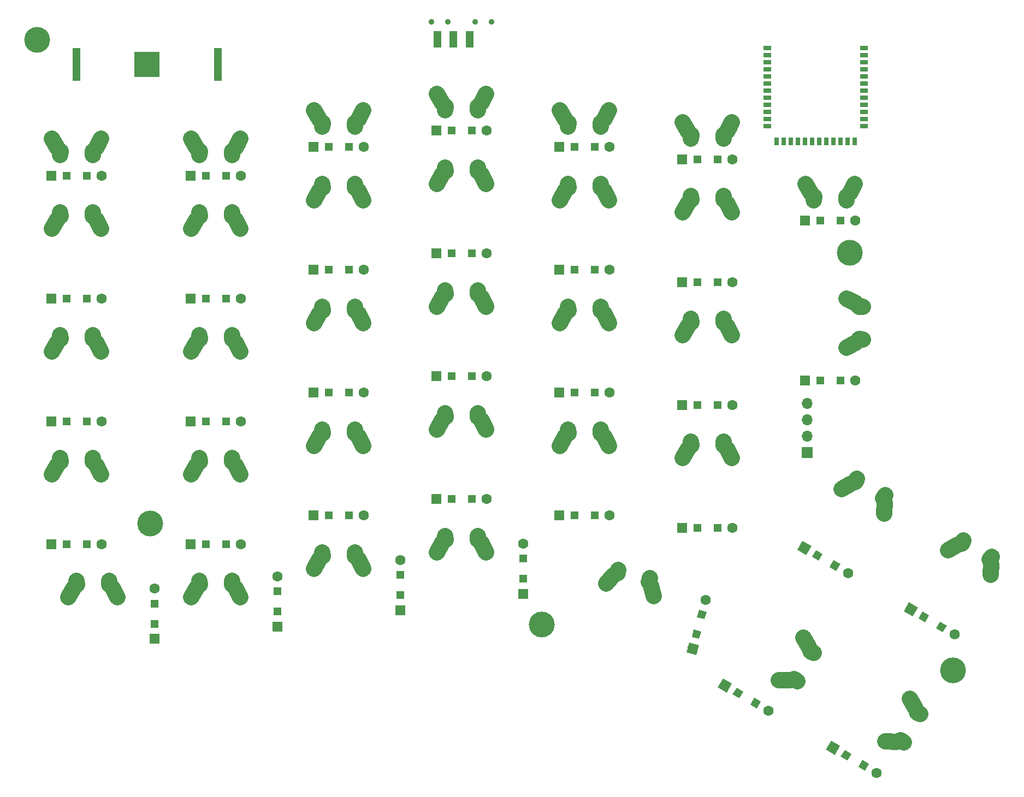
<source format=gbs>
G04 #@! TF.GenerationSoftware,KiCad,Pcbnew,5.0.0-fee4fd1~66~ubuntu18.04.1*
G04 #@! TF.CreationDate,2018-08-26T10:56:49+02:00*
G04 #@! TF.ProjectId,redox_rev1,7265646F785F726576312E6B69636164,1.0*
G04 #@! TF.SameCoordinates,Original*
G04 #@! TF.FileFunction,Soldermask,Bot*
G04 #@! TF.FilePolarity,Negative*
%FSLAX46Y46*%
G04 Gerber Fmt 4.6, Leading zero omitted, Abs format (unit mm)*
G04 Created by KiCad (PCBNEW 5.0.0-fee4fd1~66~ubuntu18.04.1) date Sun Aug 26 10:56:49 2018*
%MOMM*%
%LPD*%
G01*
G04 APERTURE LIST*
%ADD10R,1.198880X0.698500*%
%ADD11R,0.698500X1.198880*%
%ADD12C,4.000000*%
%ADD13O,1.700000X1.700000*%
%ADD14R,1.700000X1.700000*%
%ADD15R,1.200000X1.200000*%
%ADD16C,1.600000*%
%ADD17R,1.600000X1.600000*%
%ADD18C,1.200000*%
%ADD19C,0.100000*%
%ADD20C,2.500000*%
%ADD21C,2.500000*%
%ADD22R,3.960000X3.960000*%
%ADD23R,1.270000X5.080000*%
%ADD24R,1.250000X2.500000*%
%ADD25C,0.900000*%
G04 APERTURE END LIST*
D10*
G04 #@! TO.C,U_LEFT1*
X213492080Y-67246500D03*
X198495920Y-60647580D03*
X198495920Y-59547760D03*
D11*
X212041740Y-69596000D03*
D10*
X213492080Y-65046860D03*
X213492080Y-63947040D03*
X213492080Y-62847220D03*
X213492080Y-61747400D03*
X213492080Y-60647580D03*
X213492080Y-59547760D03*
X213492080Y-58447940D03*
X213492080Y-57348120D03*
X213492080Y-56248300D03*
X198495920Y-55148480D03*
X198495920Y-56248300D03*
X198495920Y-57348120D03*
X198495920Y-58447940D03*
X198495920Y-61747400D03*
X198495920Y-62847220D03*
X198495920Y-63947040D03*
X198495920Y-65046860D03*
X198495920Y-66146680D03*
X198495920Y-67246500D03*
D11*
X199946260Y-69596000D03*
X201046080Y-69596000D03*
X202145900Y-69596000D03*
X203245720Y-69596000D03*
X204345540Y-69596000D03*
X205445360Y-69596000D03*
X206542640Y-69596000D03*
X207642460Y-69596000D03*
X208742280Y-69596000D03*
X209842100Y-69596000D03*
X210941920Y-69596000D03*
D10*
X213492080Y-55148480D03*
X213492080Y-66146680D03*
G04 #@! TD*
D12*
G04 #@! TO.C,HOLE_M3*
X163576000Y-144526000D03*
G04 #@! TD*
G04 #@! TO.C,HOLE_M3*
X227330000Y-151638000D03*
G04 #@! TD*
G04 #@! TO.C,HOLE_M3*
X85344000Y-53848000D03*
G04 #@! TD*
G04 #@! TO.C,HOLE_M3*
X211328000Y-86868000D03*
G04 #@! TD*
D13*
G04 #@! TO.C,J_PROG_PORT1*
X204724000Y-110236000D03*
X204724000Y-112776000D03*
X204724000Y-115316000D03*
D14*
X204724000Y-117856000D03*
G04 #@! TD*
D15*
G04 #@! TO.C,D0*
X93015000Y-74930000D03*
X89865000Y-74930000D03*
D16*
X95340000Y-74930000D03*
D17*
X87540000Y-74930000D03*
G04 #@! TD*
D15*
G04 #@! TO.C,D1*
X114605000Y-74930000D03*
X111455000Y-74930000D03*
D16*
X116930000Y-74930000D03*
D17*
X109130000Y-74930000D03*
G04 #@! TD*
D15*
G04 #@! TO.C,D2*
X133655000Y-70485000D03*
X130505000Y-70485000D03*
D16*
X135980000Y-70485000D03*
D17*
X128180000Y-70485000D03*
G04 #@! TD*
D15*
G04 #@! TO.C,D3*
X152705000Y-67945000D03*
X149555000Y-67945000D03*
D16*
X155030000Y-67945000D03*
D17*
X147230000Y-67945000D03*
G04 #@! TD*
D15*
G04 #@! TO.C,D4*
X171755000Y-70485000D03*
X168605000Y-70485000D03*
D16*
X174080000Y-70485000D03*
D17*
X166280000Y-70485000D03*
G04 #@! TD*
D15*
G04 #@! TO.C,D5*
X190805000Y-72390000D03*
X187655000Y-72390000D03*
D16*
X193130000Y-72390000D03*
D17*
X185330000Y-72390000D03*
G04 #@! TD*
D15*
G04 #@! TO.C,D6*
X209855000Y-81915000D03*
X206705000Y-81915000D03*
D16*
X212180000Y-81915000D03*
D17*
X204380000Y-81915000D03*
G04 #@! TD*
D15*
G04 #@! TO.C,D10*
X93015000Y-93980000D03*
X89865000Y-93980000D03*
D16*
X95340000Y-93980000D03*
D17*
X87540000Y-93980000D03*
G04 #@! TD*
D15*
G04 #@! TO.C,D11*
X114605000Y-93980000D03*
X111455000Y-93980000D03*
D16*
X116930000Y-93980000D03*
D17*
X109130000Y-93980000D03*
G04 #@! TD*
D15*
G04 #@! TO.C,D12*
X133655000Y-89535000D03*
X130505000Y-89535000D03*
D16*
X135980000Y-89535000D03*
D17*
X128180000Y-89535000D03*
G04 #@! TD*
D15*
G04 #@! TO.C,D13*
X152705000Y-86995000D03*
X149555000Y-86995000D03*
D16*
X155030000Y-86995000D03*
D17*
X147230000Y-86995000D03*
G04 #@! TD*
D15*
G04 #@! TO.C,D14*
X171755000Y-89535000D03*
X168605000Y-89535000D03*
D16*
X174080000Y-89535000D03*
D17*
X166280000Y-89535000D03*
G04 #@! TD*
D15*
G04 #@! TO.C,D15*
X190805000Y-91440000D03*
X187655000Y-91440000D03*
D16*
X193130000Y-91440000D03*
D17*
X185330000Y-91440000D03*
G04 #@! TD*
D15*
G04 #@! TO.C,D16*
X209855000Y-106680000D03*
X206705000Y-106680000D03*
D16*
X212180000Y-106680000D03*
D17*
X204380000Y-106680000D03*
G04 #@! TD*
D15*
G04 #@! TO.C,D20*
X93015000Y-113030000D03*
X89865000Y-113030000D03*
D16*
X95340000Y-113030000D03*
D17*
X87540000Y-113030000D03*
G04 #@! TD*
D15*
G04 #@! TO.C,D21*
X114605000Y-113030000D03*
X111455000Y-113030000D03*
D16*
X116930000Y-113030000D03*
D17*
X109130000Y-113030000D03*
G04 #@! TD*
D15*
G04 #@! TO.C,D22*
X133655000Y-108585000D03*
X130505000Y-108585000D03*
D16*
X135980000Y-108585000D03*
D17*
X128180000Y-108585000D03*
G04 #@! TD*
D15*
G04 #@! TO.C,D23*
X152705000Y-106045000D03*
X149555000Y-106045000D03*
D16*
X155030000Y-106045000D03*
D17*
X147230000Y-106045000D03*
G04 #@! TD*
D15*
G04 #@! TO.C,D24*
X171755000Y-108585000D03*
X168605000Y-108585000D03*
D16*
X174080000Y-108585000D03*
D17*
X166280000Y-108585000D03*
G04 #@! TD*
D15*
G04 #@! TO.C,D25*
X190805000Y-110490000D03*
X187655000Y-110490000D03*
D16*
X193130000Y-110490000D03*
D17*
X185330000Y-110490000D03*
G04 #@! TD*
D18*
G04 #@! TO.C,D26*
X209008990Y-135407500D03*
D19*
G36*
X209828605Y-135187885D02*
X209228605Y-136227115D01*
X208189375Y-135627115D01*
X208789375Y-134587885D01*
X209828605Y-135187885D01*
X209828605Y-135187885D01*
G37*
D18*
X206281010Y-133832500D03*
D19*
G36*
X207100625Y-133612885D02*
X206500625Y-134652115D01*
X205461395Y-134052115D01*
X206061395Y-133012885D01*
X207100625Y-133612885D01*
X207100625Y-133612885D01*
G37*
D16*
X211022499Y-136570000D03*
X204267501Y-132670000D03*
D19*
G36*
X205360321Y-132377180D02*
X204560321Y-133762820D01*
X203174681Y-132962820D01*
X203974681Y-131577180D01*
X205360321Y-132377180D01*
X205360321Y-132377180D01*
G37*
G04 #@! TD*
D15*
G04 #@! TO.C,D30*
X93015000Y-132080000D03*
X89865000Y-132080000D03*
D16*
X95340000Y-132080000D03*
D17*
X87540000Y-132080000D03*
G04 #@! TD*
D15*
G04 #@! TO.C,D31*
X114605000Y-132080000D03*
X111455000Y-132080000D03*
D16*
X116930000Y-132080000D03*
D17*
X109130000Y-132080000D03*
G04 #@! TD*
D15*
G04 #@! TO.C,D32*
X133655000Y-127635000D03*
X130505000Y-127635000D03*
D16*
X135980000Y-127635000D03*
D17*
X128180000Y-127635000D03*
G04 #@! TD*
D15*
G04 #@! TO.C,D33*
X152705000Y-125095000D03*
X149555000Y-125095000D03*
D16*
X155030000Y-125095000D03*
D17*
X147230000Y-125095000D03*
G04 #@! TD*
D15*
G04 #@! TO.C,D34*
X171755000Y-127635000D03*
X168605000Y-127635000D03*
D16*
X174080000Y-127635000D03*
D17*
X166280000Y-127635000D03*
G04 #@! TD*
D15*
G04 #@! TO.C,D35*
X190805000Y-129540000D03*
X187655000Y-129540000D03*
D16*
X193130000Y-129540000D03*
D17*
X185330000Y-129540000D03*
G04 #@! TD*
D18*
G04 #@! TO.C,D36*
X225518990Y-144932500D03*
D19*
G36*
X226338605Y-144712885D02*
X225738605Y-145752115D01*
X224699375Y-145152115D01*
X225299375Y-144112885D01*
X226338605Y-144712885D01*
X226338605Y-144712885D01*
G37*
D18*
X222791010Y-143357500D03*
D19*
G36*
X223610625Y-143137885D02*
X223010625Y-144177115D01*
X221971395Y-143577115D01*
X222571395Y-142537885D01*
X223610625Y-143137885D01*
X223610625Y-143137885D01*
G37*
D16*
X227532499Y-146095000D03*
X220777501Y-142195000D03*
D19*
G36*
X221870321Y-141902180D02*
X221070321Y-143287820D01*
X219684681Y-142487820D01*
X220484681Y-141102180D01*
X221870321Y-141902180D01*
X221870321Y-141902180D01*
G37*
G04 #@! TD*
D15*
G04 #@! TO.C,D40*
X103505000Y-141300000D03*
X103505000Y-144450000D03*
D16*
X103505000Y-138975000D03*
D17*
X103505000Y-146775000D03*
G04 #@! TD*
D15*
G04 #@! TO.C,D41*
X122555000Y-139395000D03*
X122555000Y-142545000D03*
D16*
X122555000Y-137070000D03*
D17*
X122555000Y-144870000D03*
G04 #@! TD*
D15*
G04 #@! TO.C,D42*
X141605000Y-136855000D03*
X141605000Y-140005000D03*
D16*
X141605000Y-134530000D03*
D17*
X141605000Y-142330000D03*
G04 #@! TD*
D15*
G04 #@! TO.C,D43*
X160655000Y-134315000D03*
X160655000Y-137465000D03*
D16*
X160655000Y-131990000D03*
D17*
X160655000Y-139790000D03*
G04 #@! TD*
D18*
G04 #@! TO.C,D44*
X188367640Y-143004667D03*
D19*
G36*
X187943376Y-142269820D02*
X189102487Y-142580403D01*
X188791904Y-143739514D01*
X187632793Y-143428931D01*
X187943376Y-142269820D01*
X187943376Y-142269820D01*
G37*
D18*
X187552360Y-146047333D03*
D19*
G36*
X187128096Y-145312486D02*
X188287207Y-145623069D01*
X187976624Y-146782180D01*
X186817513Y-146471597D01*
X187128096Y-145312486D01*
X187128096Y-145312486D01*
G37*
D16*
X188969394Y-140758889D03*
X186950606Y-148293111D03*
D19*
G36*
X186384921Y-147313315D02*
X187930402Y-147727426D01*
X187516291Y-149272907D01*
X185970810Y-148858796D01*
X186384921Y-147313315D01*
X186384921Y-147313315D01*
G37*
G04 #@! TD*
D18*
G04 #@! TO.C,D45*
X196689990Y-156743500D03*
D19*
G36*
X197509605Y-156523885D02*
X196909605Y-157563115D01*
X195870375Y-156963115D01*
X196470375Y-155923885D01*
X197509605Y-156523885D01*
X197509605Y-156523885D01*
G37*
D18*
X193962010Y-155168500D03*
D19*
G36*
X194781625Y-154948885D02*
X194181625Y-155988115D01*
X193142395Y-155388115D01*
X193742395Y-154348885D01*
X194781625Y-154948885D01*
X194781625Y-154948885D01*
G37*
D16*
X198703499Y-157906000D03*
X191948501Y-154006000D03*
D19*
G36*
X193041321Y-153713180D02*
X192241321Y-155098820D01*
X190855681Y-154298820D01*
X191655681Y-152913180D01*
X193041321Y-153713180D01*
X193041321Y-153713180D01*
G37*
G04 #@! TD*
D18*
G04 #@! TO.C,D46*
X213453990Y-166395500D03*
D19*
G36*
X214273605Y-166175885D02*
X213673605Y-167215115D01*
X212634375Y-166615115D01*
X213234375Y-165575885D01*
X214273605Y-166175885D01*
X214273605Y-166175885D01*
G37*
D18*
X210726010Y-164820500D03*
D19*
G36*
X211545625Y-164600885D02*
X210945625Y-165640115D01*
X209906395Y-165040115D01*
X210506395Y-164000885D01*
X211545625Y-164600885D01*
X211545625Y-164600885D01*
G37*
D16*
X215467499Y-167558000D03*
X208712501Y-163658000D03*
D19*
G36*
X209805321Y-163365180D02*
X209005321Y-164750820D01*
X207619681Y-163950820D01*
X208419681Y-162565180D01*
X209805321Y-163365180D01*
X209805321Y-163365180D01*
G37*
G04 #@! TD*
D12*
G04 #@! TO.C,HOLE_M3*
X102870000Y-128905000D03*
G04 #@! TD*
D20*
G04 #@! TO.C,K44*
X175335610Y-136325991D03*
D21*
X175391441Y-136041416D02*
X175279779Y-136610566D01*
D20*
X180665316Y-139327701D03*
D21*
X180462604Y-138517681D02*
X180868028Y-140137721D01*
D20*
X174087361Y-137565144D03*
D21*
X174667925Y-136965002D02*
X173506797Y-138165286D01*
D20*
X180203876Y-137630439D03*
D21*
X180297812Y-137356074D02*
X180109940Y-137904804D01*
G04 #@! TD*
D20*
G04 #@! TO.C,K30*
X88920000Y-119035000D03*
D21*
X88900276Y-118745672D02*
X88939724Y-119324328D01*
D20*
X94845000Y-120555000D03*
D21*
X94439547Y-119825046D02*
X95250453Y-121284954D01*
D20*
X88035000Y-120555000D03*
D21*
X88440453Y-119825046D02*
X87629547Y-121284954D01*
D20*
X93960000Y-119035000D03*
D21*
X93979724Y-118745672D02*
X93940276Y-119324328D01*
G04 #@! TD*
D20*
G04 #@! TO.C,K20*
X88920000Y-99985000D03*
D21*
X88900276Y-99695672D02*
X88939724Y-100274328D01*
D20*
X94845000Y-101505000D03*
D21*
X94439547Y-100775046D02*
X95250453Y-102234954D01*
D20*
X88035000Y-101505000D03*
D21*
X88440453Y-100775046D02*
X87629547Y-102234954D01*
D20*
X93960000Y-99985000D03*
D21*
X93979724Y-99695672D02*
X93940276Y-100274328D01*
G04 #@! TD*
D20*
G04 #@! TO.C,K10*
X88920000Y-80935000D03*
D21*
X88900276Y-80645672D02*
X88939724Y-81224328D01*
D20*
X94845000Y-82455000D03*
D21*
X94439547Y-81725046D02*
X95250453Y-83184954D01*
D20*
X88035000Y-82455000D03*
D21*
X88440453Y-81725046D02*
X87629547Y-83184954D01*
D20*
X93960000Y-80935000D03*
D21*
X93979724Y-80645672D02*
X93940276Y-81224328D01*
G04 #@! TD*
D20*
G04 #@! TO.C,K0*
X93960000Y-71465000D03*
D21*
X93979724Y-71754328D02*
X93940276Y-71175672D01*
D20*
X88035000Y-69945000D03*
D21*
X88440453Y-70674954D02*
X87629547Y-69215046D01*
D20*
X94845000Y-69945000D03*
D21*
X94439547Y-70674954D02*
X95250453Y-69215046D01*
D20*
X88920000Y-71465000D03*
D21*
X88900276Y-71754328D02*
X88939724Y-71175672D01*
G04 #@! TD*
D20*
G04 #@! TO.C,K36*
X228812616Y-131751738D03*
D21*
X228940198Y-131491310D02*
X228685034Y-132012166D01*
D20*
X233183816Y-136030597D03*
D21*
X233197660Y-135195712D02*
X233169972Y-136865482D01*
D20*
X227286184Y-132625597D03*
D21*
X228002294Y-132196165D02*
X226570074Y-133055029D01*
D20*
X233177384Y-134271738D03*
D21*
X233339130Y-134031034D02*
X233015638Y-134512442D01*
G04 #@! TD*
D20*
G04 #@! TO.C,K43*
X148610000Y-131100000D03*
D21*
X148590276Y-130810672D02*
X148629724Y-131389328D01*
D20*
X154535000Y-132620000D03*
D21*
X154129547Y-131890046D02*
X154940453Y-133349954D01*
D20*
X147725000Y-132620000D03*
D21*
X148130453Y-131890046D02*
X147319547Y-133349954D01*
D20*
X153650000Y-131100000D03*
D21*
X153669724Y-130810672D02*
X153630276Y-131389328D01*
G04 #@! TD*
D20*
G04 #@! TO.C,K42*
X129560000Y-133640000D03*
D21*
X129540276Y-133350672D02*
X129579724Y-133929328D01*
D20*
X135485000Y-135160000D03*
D21*
X135079547Y-134430046D02*
X135890453Y-135889954D01*
D20*
X128675000Y-135160000D03*
D21*
X129080453Y-134430046D02*
X128269547Y-135889954D01*
D20*
X134600000Y-133640000D03*
D21*
X134619724Y-133350672D02*
X134580276Y-133929328D01*
G04 #@! TD*
D20*
G04 #@! TO.C,K41*
X110510000Y-138085000D03*
D21*
X110490276Y-137795672D02*
X110529724Y-138374328D01*
D20*
X116435000Y-139605000D03*
D21*
X116029547Y-138875046D02*
X116840453Y-140334954D01*
D20*
X109625000Y-139605000D03*
D21*
X110030453Y-138875046D02*
X109219547Y-140334954D01*
D20*
X115550000Y-138085000D03*
D21*
X115569724Y-137795672D02*
X115530276Y-138374328D01*
G04 #@! TD*
D20*
G04 #@! TO.C,K40*
X91460000Y-138085000D03*
D21*
X91440276Y-137795672D02*
X91479724Y-138374328D01*
D20*
X97385000Y-139605000D03*
D21*
X96979547Y-138875046D02*
X97790453Y-140334954D01*
D20*
X90575000Y-139605000D03*
D21*
X90980453Y-138875046D02*
X90169547Y-140334954D01*
D20*
X96500000Y-138085000D03*
D21*
X96519724Y-137795672D02*
X96480276Y-138374328D01*
G04 #@! TD*
D20*
G04 #@! TO.C,K35*
X186710000Y-116495000D03*
D21*
X186690276Y-116205672D02*
X186729724Y-116784328D01*
D20*
X192635000Y-118015000D03*
D21*
X192229547Y-117285046D02*
X193040453Y-118744954D01*
D20*
X185825000Y-118015000D03*
D21*
X186230453Y-117285046D02*
X185419547Y-118744954D01*
D20*
X191750000Y-116495000D03*
D21*
X191769724Y-116205672D02*
X191730276Y-116784328D01*
G04 #@! TD*
D20*
G04 #@! TO.C,K34*
X167660000Y-114590000D03*
D21*
X167640276Y-114300672D02*
X167679724Y-114879328D01*
D20*
X173585000Y-116110000D03*
D21*
X173179547Y-115380046D02*
X173990453Y-116839954D01*
D20*
X166775000Y-116110000D03*
D21*
X167180453Y-115380046D02*
X166369547Y-116839954D01*
D20*
X172700000Y-114590000D03*
D21*
X172719724Y-114300672D02*
X172680276Y-114879328D01*
G04 #@! TD*
D20*
G04 #@! TO.C,K33*
X148610000Y-112050000D03*
D21*
X148590276Y-111760672D02*
X148629724Y-112339328D01*
D20*
X154535000Y-113570000D03*
D21*
X154129547Y-112840046D02*
X154940453Y-114299954D01*
D20*
X147725000Y-113570000D03*
D21*
X148130453Y-112840046D02*
X147319547Y-114299954D01*
D20*
X153650000Y-112050000D03*
D21*
X153669724Y-111760672D02*
X153630276Y-112339328D01*
G04 #@! TD*
D20*
G04 #@! TO.C,K32*
X129560000Y-114590000D03*
D21*
X129540276Y-114300672D02*
X129579724Y-114879328D01*
D20*
X135485000Y-116110000D03*
D21*
X135079547Y-115380046D02*
X135890453Y-116839954D01*
D20*
X128675000Y-116110000D03*
D21*
X129080453Y-115380046D02*
X128269547Y-116839954D01*
D20*
X134600000Y-114590000D03*
D21*
X134619724Y-114300672D02*
X134580276Y-114879328D01*
G04 #@! TD*
D20*
G04 #@! TO.C,K31*
X110510000Y-119035000D03*
D21*
X110490276Y-118745672D02*
X110529724Y-119324328D01*
D20*
X116435000Y-120555000D03*
D21*
X116029547Y-119825046D02*
X116840453Y-121284954D01*
D20*
X109625000Y-120555000D03*
D21*
X110030453Y-119825046D02*
X109219547Y-121284954D01*
D20*
X115550000Y-119035000D03*
D21*
X115569724Y-118745672D02*
X115530276Y-119324328D01*
G04 #@! TD*
D20*
G04 #@! TO.C,K26*
X212302616Y-122226738D03*
D21*
X212430198Y-121966310D02*
X212175034Y-122487166D01*
D20*
X216673816Y-126505597D03*
D21*
X216687660Y-125670712D02*
X216659972Y-127340482D01*
D20*
X210776184Y-123100597D03*
D21*
X211492294Y-122671165D02*
X210060074Y-123530029D01*
D20*
X216667384Y-124746738D03*
D21*
X216829130Y-124506034D02*
X216505638Y-124987442D01*
G04 #@! TD*
D20*
G04 #@! TO.C,K25*
X186710000Y-97445000D03*
D21*
X186690276Y-97155672D02*
X186729724Y-97734328D01*
D20*
X192635000Y-98965000D03*
D21*
X192229547Y-98235046D02*
X193040453Y-99694954D01*
D20*
X185825000Y-98965000D03*
D21*
X186230453Y-98235046D02*
X185419547Y-99694954D01*
D20*
X191750000Y-97445000D03*
D21*
X191769724Y-97155672D02*
X191730276Y-97734328D01*
G04 #@! TD*
D20*
G04 #@! TO.C,K24*
X167660000Y-95540000D03*
D21*
X167640276Y-95250672D02*
X167679724Y-95829328D01*
D20*
X173585000Y-97060000D03*
D21*
X173179547Y-96330046D02*
X173990453Y-97789954D01*
D20*
X166775000Y-97060000D03*
D21*
X167180453Y-96330046D02*
X166369547Y-97789954D01*
D20*
X172700000Y-95540000D03*
D21*
X172719724Y-95250672D02*
X172680276Y-95829328D01*
G04 #@! TD*
D20*
G04 #@! TO.C,K23*
X148610000Y-93000000D03*
D21*
X148590276Y-92710672D02*
X148629724Y-93289328D01*
D20*
X154535000Y-94520000D03*
D21*
X154129547Y-93790046D02*
X154940453Y-95249954D01*
D20*
X147725000Y-94520000D03*
D21*
X148130453Y-93790046D02*
X147319547Y-95249954D01*
D20*
X153650000Y-93000000D03*
D21*
X153669724Y-92710672D02*
X153630276Y-93289328D01*
G04 #@! TD*
D20*
G04 #@! TO.C,K22*
X129560000Y-95540000D03*
D21*
X129540276Y-95250672D02*
X129579724Y-95829328D01*
D20*
X135485000Y-97060000D03*
D21*
X135079547Y-96330046D02*
X135890453Y-97789954D01*
D20*
X128675000Y-97060000D03*
D21*
X129080453Y-96330046D02*
X128269547Y-97789954D01*
D20*
X134600000Y-95540000D03*
D21*
X134619724Y-95250672D02*
X134580276Y-95829328D01*
G04 #@! TD*
D20*
G04 #@! TO.C,K21*
X110510000Y-99985000D03*
D21*
X110490276Y-99695672D02*
X110529724Y-100274328D01*
D20*
X116435000Y-101505000D03*
D21*
X116029547Y-100775046D02*
X116840453Y-102234954D01*
D20*
X109625000Y-101505000D03*
D21*
X110030453Y-100775046D02*
X109219547Y-102234954D01*
D20*
X115550000Y-99985000D03*
D21*
X115569724Y-99695672D02*
X115530276Y-100274328D01*
G04 #@! TD*
D20*
G04 #@! TO.C,K15*
X186710000Y-78395000D03*
D21*
X186690276Y-78105672D02*
X186729724Y-78684328D01*
D20*
X192635000Y-79915000D03*
D21*
X192229547Y-79185046D02*
X193040453Y-80644954D01*
D20*
X185825000Y-79915000D03*
D21*
X186230453Y-79185046D02*
X185419547Y-80644954D01*
D20*
X191750000Y-78395000D03*
D21*
X191769724Y-78105672D02*
X191730276Y-78684328D01*
G04 #@! TD*
D20*
G04 #@! TO.C,K14*
X167660000Y-76490000D03*
D21*
X167640276Y-76200672D02*
X167679724Y-76779328D01*
D20*
X173585000Y-78010000D03*
D21*
X173179547Y-77280046D02*
X173990453Y-78739954D01*
D20*
X166775000Y-78010000D03*
D21*
X167180453Y-77280046D02*
X166369547Y-78739954D01*
D20*
X172700000Y-76490000D03*
D21*
X172719724Y-76200672D02*
X172680276Y-76779328D01*
G04 #@! TD*
D20*
G04 #@! TO.C,K13*
X148610000Y-73950000D03*
D21*
X148590276Y-73660672D02*
X148629724Y-74239328D01*
D20*
X154535000Y-75470000D03*
D21*
X154129547Y-74740046D02*
X154940453Y-76199954D01*
D20*
X147725000Y-75470000D03*
D21*
X148130453Y-74740046D02*
X147319547Y-76199954D01*
D20*
X153650000Y-73950000D03*
D21*
X153669724Y-73660672D02*
X153630276Y-74239328D01*
G04 #@! TD*
D20*
G04 #@! TO.C,K12*
X129560000Y-76490000D03*
D21*
X129540276Y-76200672D02*
X129579724Y-76779328D01*
D20*
X135485000Y-78010000D03*
D21*
X135079547Y-77280046D02*
X135890453Y-78739954D01*
D20*
X128675000Y-78010000D03*
D21*
X129080453Y-77280046D02*
X128269547Y-78739954D01*
D20*
X134600000Y-76490000D03*
D21*
X134619724Y-76200672D02*
X134580276Y-76779328D01*
G04 #@! TD*
D20*
G04 #@! TO.C,K11*
X110510000Y-80935000D03*
D21*
X110490276Y-80645672D02*
X110529724Y-81224328D01*
D20*
X116435000Y-82455000D03*
D21*
X116029547Y-81725046D02*
X116840453Y-83184954D01*
D20*
X109625000Y-82455000D03*
D21*
X110030453Y-81725046D02*
X109219547Y-83184954D01*
D20*
X115550000Y-80935000D03*
D21*
X115569724Y-80645672D02*
X115530276Y-81224328D01*
G04 #@! TD*
D20*
G04 #@! TO.C,K6*
X210800000Y-78450000D03*
D21*
X210819724Y-78739328D02*
X210780276Y-78160672D01*
D20*
X204875000Y-76930000D03*
D21*
X205280453Y-77659954D02*
X204469547Y-76200046D01*
D20*
X211685000Y-76930000D03*
D21*
X211279547Y-77659954D02*
X212090453Y-76200046D01*
D20*
X205760000Y-78450000D03*
D21*
X205740276Y-78739328D02*
X205779724Y-78160672D01*
G04 #@! TD*
D20*
G04 #@! TO.C,K5*
X191750000Y-68925000D03*
D21*
X191769724Y-69214328D02*
X191730276Y-68635672D01*
D20*
X185825000Y-67405000D03*
D21*
X186230453Y-68134954D02*
X185419547Y-66675046D01*
D20*
X192635000Y-67405000D03*
D21*
X192229547Y-68134954D02*
X193040453Y-66675046D01*
D20*
X186710000Y-68925000D03*
D21*
X186690276Y-69214328D02*
X186729724Y-68635672D01*
G04 #@! TD*
D20*
G04 #@! TO.C,K4*
X172700000Y-67020000D03*
D21*
X172719724Y-67309328D02*
X172680276Y-66730672D01*
D20*
X166775000Y-65500000D03*
D21*
X167180453Y-66229954D02*
X166369547Y-64770046D01*
D20*
X173585000Y-65500000D03*
D21*
X173179547Y-66229954D02*
X173990453Y-64770046D01*
D20*
X167660000Y-67020000D03*
D21*
X167640276Y-67309328D02*
X167679724Y-66730672D01*
G04 #@! TD*
D20*
G04 #@! TO.C,K3*
X153650000Y-64480000D03*
D21*
X153669724Y-64769328D02*
X153630276Y-64190672D01*
D20*
X147725000Y-62960000D03*
D21*
X148130453Y-63689954D02*
X147319547Y-62230046D01*
D20*
X154535000Y-62960000D03*
D21*
X154129547Y-63689954D02*
X154940453Y-62230046D01*
D20*
X148610000Y-64480000D03*
D21*
X148590276Y-64769328D02*
X148629724Y-64190672D01*
G04 #@! TD*
D20*
G04 #@! TO.C,K2*
X134600000Y-67020000D03*
D21*
X134619724Y-67309328D02*
X134580276Y-66730672D01*
D20*
X128675000Y-65500000D03*
D21*
X129080453Y-66229954D02*
X128269547Y-64770046D01*
D20*
X135485000Y-65500000D03*
D21*
X135079547Y-66229954D02*
X135890453Y-64770046D01*
D20*
X129560000Y-67020000D03*
D21*
X129540276Y-67309328D02*
X129579724Y-66730672D01*
G04 #@! TD*
D20*
G04 #@! TO.C,K1*
X115550000Y-71465000D03*
D21*
X115569724Y-71754328D02*
X115530276Y-71175672D01*
D20*
X109625000Y-69945000D03*
D21*
X110030453Y-70674954D02*
X109219547Y-69215046D01*
D20*
X116435000Y-69945000D03*
D21*
X116029547Y-70674954D02*
X116840453Y-69215046D01*
D20*
X110510000Y-71465000D03*
D21*
X110490276Y-71754328D02*
X110529724Y-71175672D01*
G04 #@! TD*
D20*
G04 #@! TO.C,K16*
X213070000Y-95270000D03*
D21*
X213359328Y-95250276D02*
X212780672Y-95289724D01*
D20*
X211550000Y-101195000D03*
D21*
X212279954Y-100789547D02*
X210820046Y-101600453D01*
D20*
X211550000Y-94385000D03*
D21*
X212279954Y-94790453D02*
X210820046Y-93979547D01*
D20*
X213070000Y-100310000D03*
D21*
X213359328Y-100329724D02*
X212780672Y-100290276D01*
G04 #@! TD*
D20*
G04 #@! TO.C,K46*
X221943262Y-158327616D03*
D21*
X222203690Y-158455198D02*
X221682834Y-158200034D01*
D20*
X217664403Y-162698816D03*
D21*
X218499288Y-162712660D02*
X216829518Y-162684972D01*
D20*
X221069403Y-156801184D03*
D21*
X221498835Y-157517294D02*
X220639971Y-156085074D01*
D20*
X219423262Y-162692384D03*
D21*
X219663966Y-162854130D02*
X219182558Y-162530638D01*
G04 #@! TD*
D20*
G04 #@! TO.C,K45*
X205433262Y-148802616D03*
D21*
X205693690Y-148930198D02*
X205172834Y-148675034D01*
D20*
X201154403Y-153173816D03*
D21*
X201989288Y-153187660D02*
X200319518Y-153159972D01*
D20*
X204559403Y-147276184D03*
D21*
X204988835Y-147992294D02*
X204129971Y-146560074D01*
D20*
X202913262Y-153167384D03*
D21*
X203153966Y-153329130D02*
X202672558Y-153005638D01*
G04 #@! TD*
D22*
G04 #@! TO.C,BT_LEFT1*
X102362000Y-57658000D03*
D23*
X113347000Y-57658000D03*
X91377000Y-57658000D03*
G04 #@! TD*
D24*
G04 #@! TO.C,SW_LEFT1*
X147360000Y-53804000D03*
X149860000Y-53804000D03*
X152360000Y-53804000D03*
D25*
X146460000Y-51054000D03*
X153260000Y-51054000D03*
G04 #@! TD*
G04 #@! TO.C,SW_RIGHT1*
X149000000Y-51054000D03*
X155800000Y-51054000D03*
G04 #@! TD*
M02*

</source>
